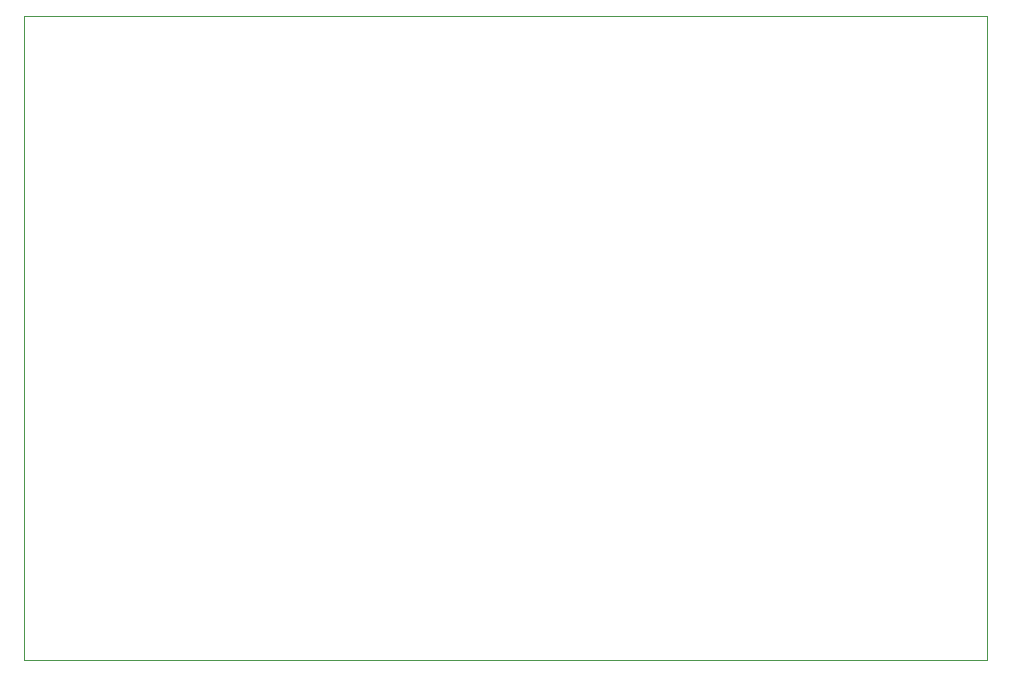
<source format=gm1>
%TF.GenerationSoftware,KiCad,Pcbnew,5.99.0-unknown-16ebb3a433~128~ubuntu20.04.1*%
%TF.CreationDate,2021-05-03T05:08:52+03:00*%
%TF.ProjectId,usb2stepper,75736232-7374-4657-9070-65722e6b6963,rev?*%
%TF.SameCoordinates,Original*%
%TF.FileFunction,Profile,NP*%
%FSLAX46Y46*%
G04 Gerber Fmt 4.6, Leading zero omitted, Abs format (unit mm)*
G04 Created by KiCad (PCBNEW 5.99.0-unknown-16ebb3a433~128~ubuntu20.04.1) date 2021-05-03 05:08:52*
%MOMM*%
%LPD*%
G01*
G04 APERTURE LIST*
%TA.AperFunction,Profile*%
%ADD10C,0.050000*%
%TD*%
G04 APERTURE END LIST*
D10*
X54750000Y-84000000D02*
X136250000Y-84000000D01*
X136250000Y-138500000D02*
X54750000Y-138500000D01*
X136250000Y-84000000D02*
X136250000Y-138500000D01*
X54750000Y-138500000D02*
X54750000Y-84000000D01*
M02*

</source>
